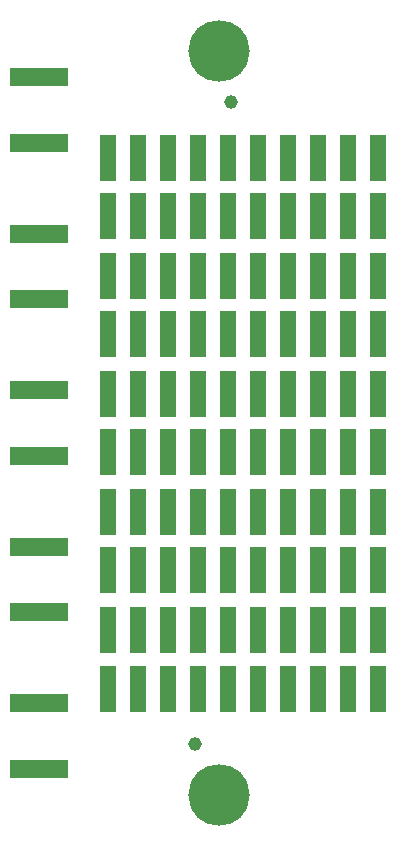
<source format=gts>
G04*
G04 #@! TF.GenerationSoftware,Altium Limited,Altium Designer,21.1.0 (24)*
G04*
G04 Layer_Color=8388736*
%FSLAX44Y44*%
%MOMM*%
G71*
G04*
G04 #@! TF.SameCoordinates,BAFAB9C6-4635-4B56-BF62-033A307C6E1E*
G04*
G04*
G04 #@! TF.FilePolarity,Negative*
G04*
G01*
G75*
%ADD12R,5.0000X1.6000*%
%ADD14R,1.4732X3.8832*%
%ADD15C,1.1732*%
%ADD16C,5.2032*%
D12*
X-152400Y419800D02*
D03*
Y475200D02*
D03*
Y552300D02*
D03*
Y607700D02*
D03*
Y22300D02*
D03*
Y77700D02*
D03*
Y154800D02*
D03*
Y210200D02*
D03*
Y287300D02*
D03*
Y342700D02*
D03*
D14*
X108900Y539750D02*
D03*
X83500D02*
D03*
X58100D02*
D03*
X32700D02*
D03*
X7300D02*
D03*
X-18100D02*
D03*
X-43500D02*
D03*
X-68900D02*
D03*
X-94300D02*
D03*
X134300D02*
D03*
Y490250D02*
D03*
X108900D02*
D03*
X83500D02*
D03*
X58100D02*
D03*
X32700D02*
D03*
X7300D02*
D03*
X-18100D02*
D03*
X-43500D02*
D03*
X-68900D02*
D03*
X-94300D02*
D03*
X108900Y339750D02*
D03*
X83500D02*
D03*
X58100D02*
D03*
X32700D02*
D03*
X7300D02*
D03*
X-18100D02*
D03*
X-43500D02*
D03*
X-68900D02*
D03*
X-94300D02*
D03*
X134300D02*
D03*
Y290250D02*
D03*
X108900D02*
D03*
X83500D02*
D03*
X58100D02*
D03*
X32700D02*
D03*
X7300D02*
D03*
X-18100D02*
D03*
X-43500D02*
D03*
X-68900D02*
D03*
X-94300D02*
D03*
X108900Y239750D02*
D03*
X83500D02*
D03*
X58100D02*
D03*
X32700D02*
D03*
X7300D02*
D03*
X-18100D02*
D03*
X-43500D02*
D03*
X-68900D02*
D03*
X-94300D02*
D03*
X134300D02*
D03*
Y190250D02*
D03*
X108900D02*
D03*
X83500D02*
D03*
X58100D02*
D03*
X32700D02*
D03*
X7300D02*
D03*
X-18100D02*
D03*
X-43500D02*
D03*
X-68900D02*
D03*
X-94300D02*
D03*
X108900Y139750D02*
D03*
X83500D02*
D03*
X58100D02*
D03*
X32700D02*
D03*
X7300D02*
D03*
X-18100D02*
D03*
X-43500D02*
D03*
X-68900D02*
D03*
X-94300D02*
D03*
X134300D02*
D03*
Y90250D02*
D03*
X108900D02*
D03*
X83500D02*
D03*
X58100D02*
D03*
X32700D02*
D03*
X7300D02*
D03*
X-18100D02*
D03*
X-43500D02*
D03*
X-68900D02*
D03*
X-94300D02*
D03*
X108900Y439750D02*
D03*
X83500D02*
D03*
X58100D02*
D03*
X32700D02*
D03*
X7300D02*
D03*
X-18100D02*
D03*
X-43500D02*
D03*
X-68900D02*
D03*
X-94300D02*
D03*
X134300D02*
D03*
Y390250D02*
D03*
X108900D02*
D03*
X83500D02*
D03*
X58100D02*
D03*
X32700D02*
D03*
X7300D02*
D03*
X-18100D02*
D03*
X-43500D02*
D03*
X-68900D02*
D03*
X-94300D02*
D03*
D15*
X10500Y586900D02*
D03*
X-20000Y43100D02*
D03*
D16*
X0Y0D02*
D03*
Y630000D02*
D03*
M02*

</source>
